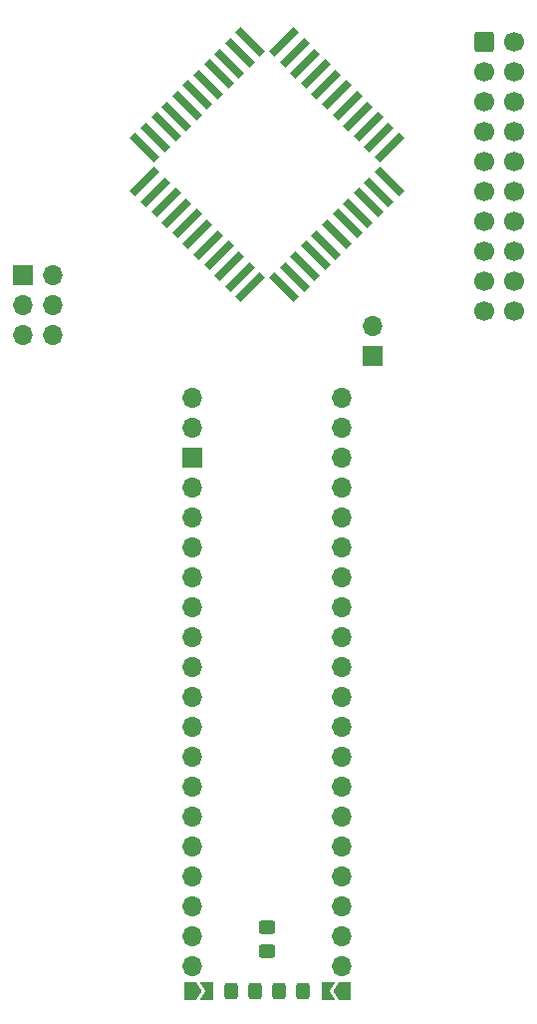
<source format=gbr>
G04 #@! TF.GenerationSoftware,KiCad,Pcbnew,6.0.9+dfsg-1*
G04 #@! TF.CreationDate,2022-12-29T08:22:08+02:00*
G04 #@! TF.ProjectId,ATF1502AS-EVB,41544631-3530-4324-9153-2d4556422e6b,rev?*
G04 #@! TF.SameCoordinates,PX75d6040PY9a0c090*
G04 #@! TF.FileFunction,Soldermask,Top*
G04 #@! TF.FilePolarity,Negative*
%FSLAX46Y46*%
G04 Gerber Fmt 4.6, Leading zero omitted, Abs format (unit mm)*
G04 Created by KiCad (PCBNEW 6.0.9+dfsg-1) date 2022-12-29 08:22:08*
%MOMM*%
%LPD*%
G01*
G04 APERTURE LIST*
G04 Aperture macros list*
%AMRoundRect*
0 Rectangle with rounded corners*
0 $1 Rounding radius*
0 $2 $3 $4 $5 $6 $7 $8 $9 X,Y pos of 4 corners*
0 Add a 4 corners polygon primitive as box body*
4,1,4,$2,$3,$4,$5,$6,$7,$8,$9,$2,$3,0*
0 Add four circle primitives for the rounded corners*
1,1,$1+$1,$2,$3*
1,1,$1+$1,$4,$5*
1,1,$1+$1,$6,$7*
1,1,$1+$1,$8,$9*
0 Add four rect primitives between the rounded corners*
20,1,$1+$1,$2,$3,$4,$5,0*
20,1,$1+$1,$4,$5,$6,$7,0*
20,1,$1+$1,$6,$7,$8,$9,0*
20,1,$1+$1,$8,$9,$2,$3,0*%
%AMRotRect*
0 Rectangle, with rotation*
0 The origin of the aperture is its center*
0 $1 length*
0 $2 width*
0 $3 Rotation angle, in degrees counterclockwise*
0 Add horizontal line*
21,1,$1,$2,0,0,$3*%
%AMFreePoly0*
4,1,6,1.000000,0.000000,0.500000,-0.750000,-0.500000,-0.750000,-0.500000,0.750000,0.500000,0.750000,1.000000,0.000000,1.000000,0.000000,$1*%
%AMFreePoly1*
4,1,6,0.500000,-0.750000,-0.650000,-0.750000,-0.150000,0.000000,-0.650000,0.750000,0.500000,0.750000,0.500000,-0.750000,0.500000,-0.750000,$1*%
G04 Aperture macros list end*
%ADD10RoundRect,0.250000X0.325000X0.450000X-0.325000X0.450000X-0.325000X-0.450000X0.325000X-0.450000X0*%
%ADD11RoundRect,0.250000X0.450000X-0.325000X0.450000X0.325000X-0.450000X0.325000X-0.450000X-0.325000X0*%
%ADD12FreePoly0,0.000000*%
%ADD13FreePoly1,0.000000*%
%ADD14FreePoly0,180.000000*%
%ADD15FreePoly1,180.000000*%
%ADD16R,1.700000X1.700000*%
%ADD17O,1.700000X1.700000*%
%ADD18RoundRect,0.250000X-0.325000X-0.450000X0.325000X-0.450000X0.325000X0.450000X-0.325000X0.450000X0*%
%ADD19RoundRect,0.250000X-0.600000X-0.600000X0.600000X-0.600000X0.600000X0.600000X-0.600000X0.600000X0*%
%ADD20C,1.700000*%
%ADD21RotRect,0.700000X2.925000X315.000000*%
%ADD22RotRect,2.925000X0.700000X315.000000*%
G04 APERTURE END LIST*
D10*
X31768333Y9440000D03*
X29718333Y9440000D03*
D11*
X32790000Y12817500D03*
X32790000Y14867500D03*
D12*
X26215000Y9440000D03*
D13*
X27665000Y9440000D03*
D14*
X39365000Y9440000D03*
D15*
X37915000Y9440000D03*
D16*
X12020000Y70220000D03*
D17*
X14560000Y70220000D03*
X12020000Y67680000D03*
X14560000Y67680000D03*
X12020000Y65140000D03*
X14560000Y65140000D03*
D18*
X33811666Y9440000D03*
X35861666Y9440000D03*
D19*
X51227500Y90040000D03*
D20*
X53767500Y90040000D03*
X51227500Y87500000D03*
X53767500Y87500000D03*
X51227500Y84960000D03*
X53767500Y84960000D03*
X51227500Y82420000D03*
X53767500Y82420000D03*
X51227500Y79880000D03*
X53767500Y79880000D03*
X51227500Y77340000D03*
X53767500Y77340000D03*
X51227500Y74800000D03*
X53767500Y74800000D03*
X51227500Y72260000D03*
X53767500Y72260000D03*
X51227500Y69720000D03*
X53767500Y69720000D03*
X51227500Y67180000D03*
X53767500Y67180000D03*
D21*
X38703180Y85493180D03*
X37805155Y86391206D03*
X36907129Y87289232D03*
X36009104Y88187257D03*
X35111078Y89085283D03*
X34213052Y89983309D03*
D22*
X31366948Y89983309D03*
X30468922Y89085283D03*
X29570896Y88187257D03*
X28672871Y87289232D03*
X27774845Y86391206D03*
X26876820Y85493180D03*
X25978794Y84595155D03*
X25080768Y83697129D03*
X24182743Y82799104D03*
X23284717Y81901078D03*
X22386691Y81003052D03*
D21*
X22386691Y78156948D03*
X23284717Y77258922D03*
X24182743Y76360896D03*
X25080768Y75462871D03*
X25978794Y74564845D03*
X26876820Y73666820D03*
X27774845Y72768794D03*
X28672871Y71870768D03*
X29570896Y70972743D03*
X30468922Y70074717D03*
X31366948Y69176691D03*
D22*
X34213052Y69176691D03*
X35111078Y70074717D03*
X36009104Y70972743D03*
X36907129Y71870768D03*
X37805155Y72768794D03*
X38703180Y73666820D03*
X39601206Y74564845D03*
X40499232Y75462871D03*
X41397257Y76360896D03*
X42295283Y77258922D03*
X43193309Y78156948D03*
D21*
X43193309Y81003052D03*
X42295283Y81901078D03*
X41397257Y82799104D03*
X40499232Y83697129D03*
X39601206Y84595155D03*
D16*
X41790000Y63335000D03*
D17*
X41790000Y65875000D03*
X39140000Y59790000D03*
X39140000Y57250000D03*
X39140000Y54710000D03*
X39140000Y52170000D03*
X39140000Y49630000D03*
X39140000Y47090000D03*
X39140000Y44550000D03*
X39140000Y42010000D03*
X39140000Y39470000D03*
X39140000Y36930000D03*
X39140000Y34390000D03*
X39140000Y31850000D03*
X39140000Y29310000D03*
X39140000Y26770000D03*
X39140000Y24230000D03*
X39140000Y21690000D03*
X39140000Y19150000D03*
X39140000Y16610000D03*
X39140000Y14070000D03*
X39140000Y11530000D03*
X26440000Y11530000D03*
X26440000Y14070000D03*
X26440000Y16610000D03*
X26440000Y19150000D03*
X26440000Y21690000D03*
X26440000Y24230000D03*
X26440000Y26770000D03*
X26440000Y29310000D03*
X26440000Y31850000D03*
X26440000Y34390000D03*
X26440000Y36930000D03*
X26440000Y39470000D03*
X26440000Y42010000D03*
X26440000Y44550000D03*
X26440000Y47090000D03*
X26440000Y49630000D03*
X26440000Y52170000D03*
D16*
X26440000Y54710000D03*
D17*
X26440000Y57250000D03*
X26440000Y59790000D03*
M02*

</source>
